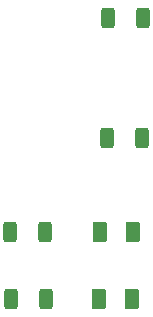
<source format=gtp>
G04 #@! TF.GenerationSoftware,KiCad,Pcbnew,9.0.2*
G04 #@! TF.CreationDate,2025-06-20T10:59:13-07:00*
G04 #@! TF.ProjectId,fsrPrototype1,66737250-726f-4746-9f74-797065312e6b,rev?*
G04 #@! TF.SameCoordinates,Original*
G04 #@! TF.FileFunction,Paste,Top*
G04 #@! TF.FilePolarity,Positive*
%FSLAX46Y46*%
G04 Gerber Fmt 4.6, Leading zero omitted, Abs format (unit mm)*
G04 Created by KiCad (PCBNEW 9.0.2) date 2025-06-20 10:59:13*
%MOMM*%
%LPD*%
G01*
G04 APERTURE LIST*
G04 Aperture macros list*
%AMRoundRect*
0 Rectangle with rounded corners*
0 $1 Rounding radius*
0 $2 $3 $4 $5 $6 $7 $8 $9 X,Y pos of 4 corners*
0 Add a 4 corners polygon primitive as box body*
4,1,4,$2,$3,$4,$5,$6,$7,$8,$9,$2,$3,0*
0 Add four circle primitives for the rounded corners*
1,1,$1+$1,$2,$3*
1,1,$1+$1,$4,$5*
1,1,$1+$1,$6,$7*
1,1,$1+$1,$8,$9*
0 Add four rect primitives between the rounded corners*
20,1,$1+$1,$2,$3,$4,$5,0*
20,1,$1+$1,$4,$5,$6,$7,0*
20,1,$1+$1,$6,$7,$8,$9,0*
20,1,$1+$1,$8,$9,$2,$3,0*%
G04 Aperture macros list end*
%ADD10RoundRect,0.250000X0.375000X0.625000X-0.375000X0.625000X-0.375000X-0.625000X0.375000X-0.625000X0*%
%ADD11RoundRect,0.250000X0.312500X0.625000X-0.312500X0.625000X-0.312500X-0.625000X0.312500X-0.625000X0*%
%ADD12RoundRect,0.250000X-0.312500X-0.625000X0.312500X-0.625000X0.312500X0.625000X-0.312500X0.625000X0*%
G04 APERTURE END LIST*
D10*
X75000000Y-80700000D03*
X72200000Y-80700000D03*
D11*
X67600000Y-86400000D03*
X64675000Y-86400000D03*
D12*
X64575000Y-80700000D03*
X67500000Y-80700000D03*
X72775000Y-72800000D03*
X75700000Y-72800000D03*
D10*
X74900000Y-86400000D03*
X72100000Y-86400000D03*
D12*
X72875000Y-62600000D03*
X75800000Y-62600000D03*
M02*

</source>
